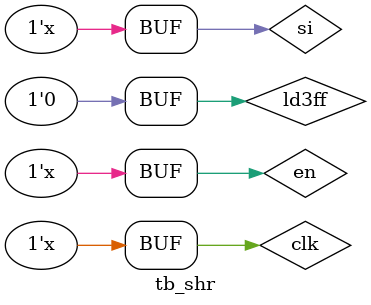
<source format=v>
`timescale 1ns / 1ps


module tb_shr;

	// Inputs
	reg clk;
	reg ld3ff;
	reg en;
	reg si;

	// Outputs
	wire [9:0] q;

	// Instantiate the Unit Under Test (UUT)
	shr10 uut (
		.clk(clk), 
		.ld3ff(ld3ff), 
		.en(en), 
		.si(si), 
		.q(q)
	);

	always #5 clk <= ~clk;
	always #7 si <= ~si;
	always #12 en <= ~en;
	
	initial begin
		// Initialize Inputs
		clk = 0;
		ld3ff = 0;
		en = 0;
		si = 0;

		// Wait 100 ns for global reset to finish
		#100;
      ld3ff <= 1;
		#15 ld3ff <= 0;
		
		
		// Add stimulus here

	end
      
endmodule


</source>
